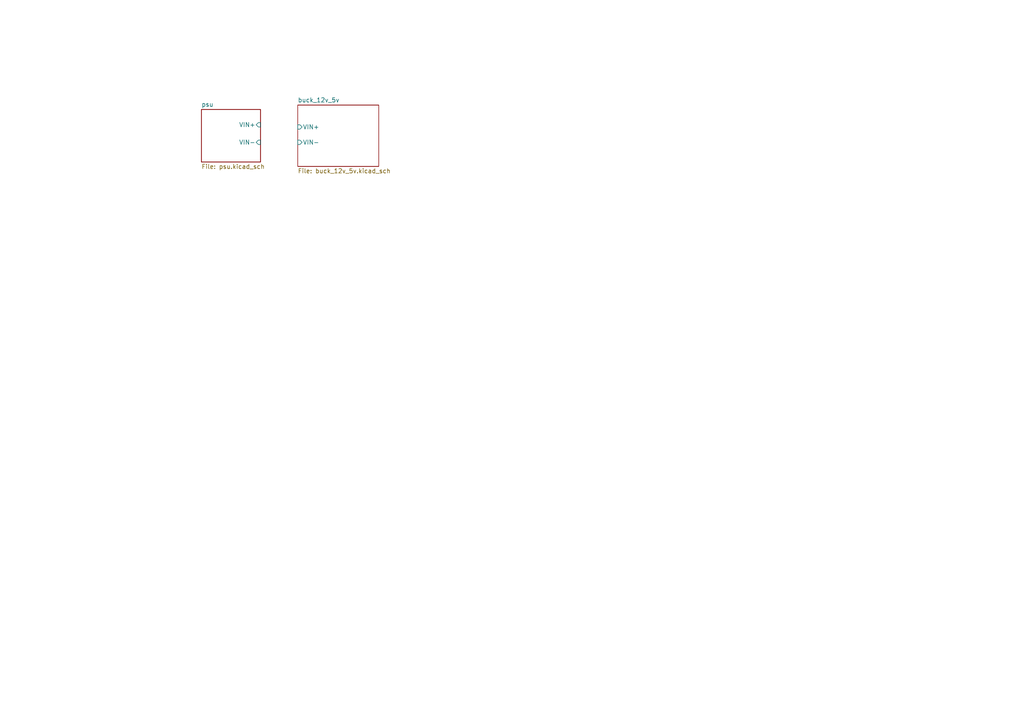
<source format=kicad_sch>
(kicad_sch
	(version 20231120)
	(generator "eeschema")
	(generator_version "8.0")
	(uuid "08309753-5c8b-446e-aebc-028309716306")
	(paper "A4")
	(lib_symbols)
	(sheet
		(at 86.36 30.48)
		(size 23.495 17.78)
		(fields_autoplaced yes)
		(stroke
			(width 0.1524)
			(type solid)
		)
		(fill
			(color 0 0 0 0.0000)
		)
		(uuid "6a5196b2-24c7-4fd3-84d9-e31a4f5b5983")
		(property "Sheetname" "buck_12v_5v"
			(at 86.36 29.7684 0)
			(effects
				(font
					(size 1.27 1.27)
				)
				(justify left bottom)
			)
		)
		(property "Sheetfile" "buck_12v_5v.kicad_sch"
			(at 86.36 48.8446 0)
			(effects
				(font
					(size 1.27 1.27)
				)
				(justify left top)
			)
		)
		(pin "VIN+" input
			(at 86.36 36.83 180)
			(effects
				(font
					(size 1.27 1.27)
				)
				(justify left)
			)
			(uuid "56012ca4-354f-41dd-b9a4-2dcdef26841e")
		)
		(pin "VIN-" input
			(at 86.36 41.275 180)
			(effects
				(font
					(size 1.27 1.27)
				)
				(justify left)
			)
			(uuid "e5b89ccc-063a-4295-9a86-fb2585a98309")
		)
		(instances
			(project "rpi-p3-hat"
				(path "/08309753-5c8b-446e-aebc-028309716306"
					(page "2")
				)
			)
		)
	)
	(sheet
		(at 58.42 31.75)
		(size 17.145 15.24)
		(fields_autoplaced yes)
		(stroke
			(width 0.1524)
			(type solid)
		)
		(fill
			(color 0 0 0 0.0000)
		)
		(uuid "6c67551b-71d3-4da1-9d15-8d66ace4a778")
		(property "Sheetname" "psu"
			(at 58.42 31.0384 0)
			(effects
				(font
					(size 1.27 1.27)
				)
				(justify left bottom)
			)
		)
		(property "Sheetfile" "psu.kicad_sch"
			(at 58.42 47.5746 0)
			(effects
				(font
					(size 1.27 1.27)
				)
				(justify left top)
			)
		)
		(pin "VIN+" input
			(at 75.565 36.195 0)
			(effects
				(font
					(size 1.27 1.27)
				)
				(justify right)
			)
			(uuid "c8da4165-97c5-4af5-ac77-0d940a871889")
		)
		(pin "VIN-" input
			(at 75.565 41.275 0)
			(effects
				(font
					(size 1.27 1.27)
				)
				(justify right)
			)
			(uuid "74872551-1a45-4723-bd55-173e8bd9a996")
		)
		(instances
			(project "rpi-p3-hat"
				(path "/08309753-5c8b-446e-aebc-028309716306"
					(page "3")
				)
			)
		)
	)
	(sheet_instances
		(path "/"
			(page "1")
		)
	)
)

</source>
